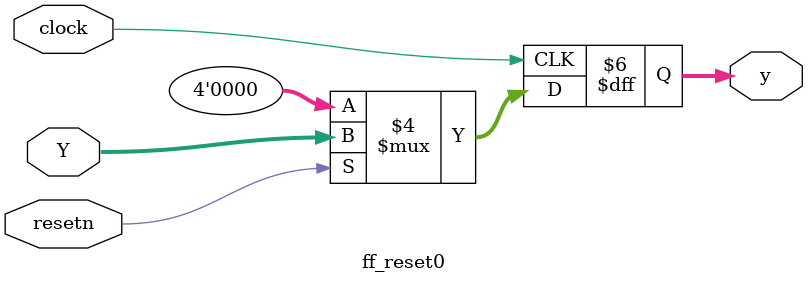
<source format=v>
module ff_reset0 (clock, resetn, y, Y);
	input clock, resetn;
	input [3:0] Y;
	output reg [3:0] y;
	
	always @ (posedge clock)
		if (!resetn)
			y <= 0;
		else
			y <= Y;
endmodule
</source>
